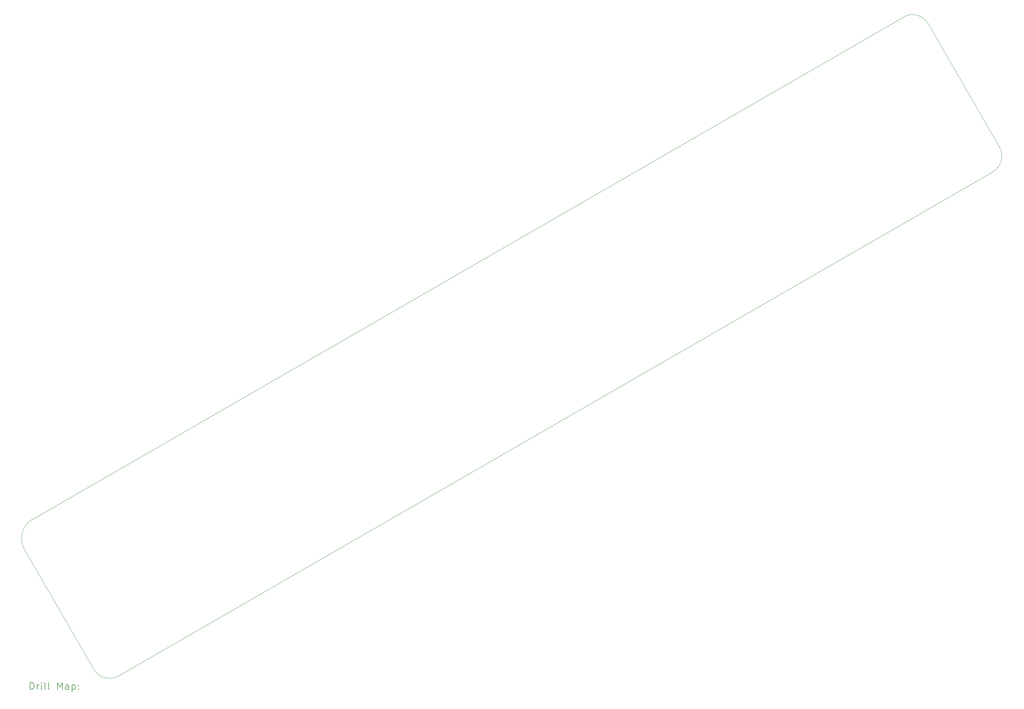
<source format=gbr>
%TF.GenerationSoftware,KiCad,Pcbnew,7.0.2-0*%
%TF.CreationDate,2024-01-28T20:09:23-06:00*%
%TF.ProjectId,bus_bar,6275735f-6261-4722-9e6b-696361645f70,rev?*%
%TF.SameCoordinates,Original*%
%TF.FileFunction,Drillmap*%
%TF.FilePolarity,Positive*%
%FSLAX45Y45*%
G04 Gerber Fmt 4.5, Leading zero omitted, Abs format (unit mm)*
G04 Created by KiCad (PCBNEW 7.0.2-0) date 2024-01-28 20:09:23*
%MOMM*%
%LPD*%
G01*
G04 APERTURE LIST*
%ADD10C,0.100000*%
%ADD11C,0.200000*%
G04 APERTURE END LIST*
D10*
X28782754Y-5061764D02*
X26750754Y-1542236D01*
X3740152Y-20106704D02*
X28596813Y-5755705D01*
X1077711Y-16511222D02*
X3046211Y-19920764D01*
X26056813Y-1356295D02*
X1310138Y-15643796D01*
X26750754Y-1542236D02*
G75*
G03*
X26056813Y-1356295I-439941J-254000D01*
G01*
X28596813Y-5755705D02*
G75*
G03*
X28782754Y-5061764I-254000J439941D01*
G01*
X3046211Y-19920763D02*
G75*
G03*
X3740152Y-20106704I439941J254000D01*
G01*
X1310138Y-15643795D02*
G75*
G03*
X1077712Y-16511222I317500J-549926D01*
G01*
D11*
X1235257Y-20492287D02*
X1235257Y-20292287D01*
X1235257Y-20292287D02*
X1282876Y-20292287D01*
X1282876Y-20292287D02*
X1311447Y-20301811D01*
X1311447Y-20301811D02*
X1330495Y-20320859D01*
X1330495Y-20320859D02*
X1340018Y-20339906D01*
X1340018Y-20339906D02*
X1349542Y-20378002D01*
X1349542Y-20378002D02*
X1349542Y-20406573D01*
X1349542Y-20406573D02*
X1340018Y-20444668D01*
X1340018Y-20444668D02*
X1330495Y-20463716D01*
X1330495Y-20463716D02*
X1311447Y-20482764D01*
X1311447Y-20482764D02*
X1282876Y-20492287D01*
X1282876Y-20492287D02*
X1235257Y-20492287D01*
X1435256Y-20492287D02*
X1435256Y-20358954D01*
X1435256Y-20397049D02*
X1444780Y-20378002D01*
X1444780Y-20378002D02*
X1454304Y-20368478D01*
X1454304Y-20368478D02*
X1473352Y-20358954D01*
X1473352Y-20358954D02*
X1492399Y-20358954D01*
X1559066Y-20492287D02*
X1559066Y-20358954D01*
X1559066Y-20292287D02*
X1549542Y-20301811D01*
X1549542Y-20301811D02*
X1559066Y-20311335D01*
X1559066Y-20311335D02*
X1568590Y-20301811D01*
X1568590Y-20301811D02*
X1559066Y-20292287D01*
X1559066Y-20292287D02*
X1559066Y-20311335D01*
X1682875Y-20492287D02*
X1663828Y-20482764D01*
X1663828Y-20482764D02*
X1654304Y-20463716D01*
X1654304Y-20463716D02*
X1654304Y-20292287D01*
X1787637Y-20492287D02*
X1768590Y-20482764D01*
X1768590Y-20482764D02*
X1759066Y-20463716D01*
X1759066Y-20463716D02*
X1759066Y-20292287D01*
X2016209Y-20492287D02*
X2016209Y-20292287D01*
X2016209Y-20292287D02*
X2082876Y-20435144D01*
X2082876Y-20435144D02*
X2149542Y-20292287D01*
X2149542Y-20292287D02*
X2149542Y-20492287D01*
X2330495Y-20492287D02*
X2330495Y-20387525D01*
X2330495Y-20387525D02*
X2320971Y-20368478D01*
X2320971Y-20368478D02*
X2301923Y-20358954D01*
X2301923Y-20358954D02*
X2263828Y-20358954D01*
X2263828Y-20358954D02*
X2244780Y-20368478D01*
X2330495Y-20482764D02*
X2311447Y-20492287D01*
X2311447Y-20492287D02*
X2263828Y-20492287D01*
X2263828Y-20492287D02*
X2244780Y-20482764D01*
X2244780Y-20482764D02*
X2235257Y-20463716D01*
X2235257Y-20463716D02*
X2235257Y-20444668D01*
X2235257Y-20444668D02*
X2244780Y-20425621D01*
X2244780Y-20425621D02*
X2263828Y-20416097D01*
X2263828Y-20416097D02*
X2311447Y-20416097D01*
X2311447Y-20416097D02*
X2330495Y-20406573D01*
X2425733Y-20358954D02*
X2425733Y-20558954D01*
X2425733Y-20368478D02*
X2444780Y-20358954D01*
X2444780Y-20358954D02*
X2482876Y-20358954D01*
X2482876Y-20358954D02*
X2501923Y-20368478D01*
X2501923Y-20368478D02*
X2511447Y-20378002D01*
X2511447Y-20378002D02*
X2520971Y-20397049D01*
X2520971Y-20397049D02*
X2520971Y-20454192D01*
X2520971Y-20454192D02*
X2511447Y-20473240D01*
X2511447Y-20473240D02*
X2501923Y-20482764D01*
X2501923Y-20482764D02*
X2482876Y-20492287D01*
X2482876Y-20492287D02*
X2444780Y-20492287D01*
X2444780Y-20492287D02*
X2425733Y-20482764D01*
X2606685Y-20473240D02*
X2616209Y-20482764D01*
X2616209Y-20482764D02*
X2606685Y-20492287D01*
X2606685Y-20492287D02*
X2597161Y-20482764D01*
X2597161Y-20482764D02*
X2606685Y-20473240D01*
X2606685Y-20473240D02*
X2606685Y-20492287D01*
X2606685Y-20368478D02*
X2616209Y-20378002D01*
X2616209Y-20378002D02*
X2606685Y-20387525D01*
X2606685Y-20387525D02*
X2597161Y-20378002D01*
X2597161Y-20378002D02*
X2606685Y-20368478D01*
X2606685Y-20368478D02*
X2606685Y-20387525D01*
M02*

</source>
